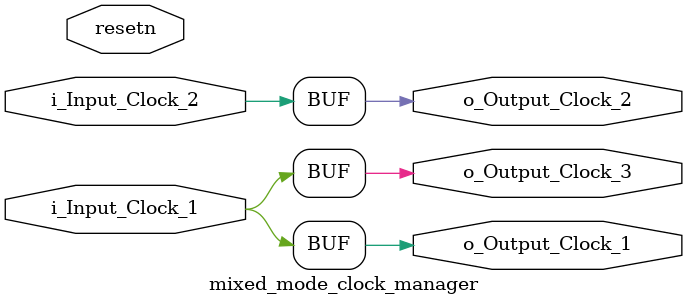
<source format=sv>
module mixed_mode_clock_manager (
    input logic i_Input_Clock_1,
    input logic i_Input_Clock_2,
    input logic resetn,
    output logic o_Output_Clock_1,
    output logic o_Output_Clock_2,
    output logic o_Output_Clock_3
    );

    assign o_Output_Clock_1 = i_Input_Clock_1;
    assign o_Output_Clock_2 = i_Input_Clock_2;
    assign o_Output_Clock_3 = i_Input_Clock_1; 

endmodule

</source>
